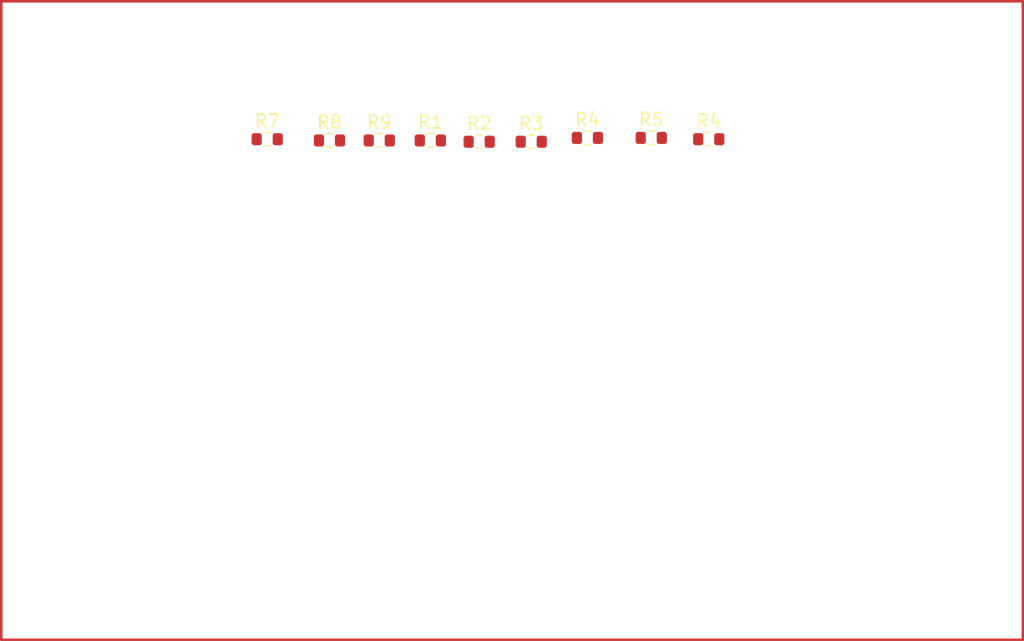
<source format=kicad_pcb>
(kicad_pcb (version 20211014) (generator pcbnew)
  (layers (0 "F.Cu" signal) (31 "B.Cu" signal) (34 "B.Paste" user) (35 "F.Paste" user) (36 "B.SilkS" user "B.Silkscreen") (37 "F.SilkS" user "F.Silkscreen") (38 "B.Mask" user) (39 "F.Mask" user) (44 "Edge.Cuts" user))
  (net 0 "")
  (footprint "Resistor_SMD:R_0603_1608Metric" (layer "F.Cu") (at 117.425 51)
    (fp_text reference "R2" (at 0 -1.43) (layer "F.SilkS"))
    (fp_text value "4K7")
    (fp_line (start -0.237258 -0.5225) (end 0.237258 -0.5225) (layer "F.SilkS") (width 0.12))
    (fp_line (start -0.237258 0.5225) (end 0.237258 0.5225) (layer "F.SilkS") (width 0.12))
    (pad "1" smd roundrect (at -0.825 0) (size 0.8 0.95) (layers "F.Cu" "F.Paste" "F.Mask"))
    (pad "2" smd roundrect (at 0.825 0) (size 0.8 0.95) (layers "F.Cu" "F.Paste" "F.Mask"))
  )
  (footprint "Resistor_SMD:R_0603_1608Metric" (layer "F.Cu") (at 135.4 50.8)
    (fp_text reference "R4" (at 0 -1.43) (layer "F.SilkS"))
    (fp_text value "10K")
    (fp_line (start -0.237258 -0.5225) (end 0.237258 -0.5225) (layer "F.SilkS") (width 0.12))
    (fp_line (start -0.237258 0.5225) (end 0.237258 0.5225) (layer "F.SilkS") (width 0.12))
    (pad "1" smd roundrect (at -0.825 0) (size 0.8 0.95) (layers "F.Cu" "F.Paste" "F.Mask"))
    (pad "2" smd roundrect (at 0.825 0) (size 0.8 0.95) (layers "F.Cu" "F.Paste" "F.Mask"))
  )
  (footprint "Resistor_SMD:R_0603_1608Metric" (layer "F.Cu") (at 113.6 50.9)
    (fp_text reference "R1" (at 0 -1.43) (layer "F.SilkS"))
    (fp_text value "4K7")
    (fp_line (start -0.237258 -0.5225) (end 0.237258 -0.5225) (layer "F.SilkS") (width 0.12))
    (fp_line (start -0.237258 0.5225) (end 0.237258 0.5225) (layer "F.SilkS") (width 0.12))
    (pad "1" smd roundrect (at -0.825 0) (size 0.8 0.95) (layers "F.Cu" "F.Paste" "F.Mask"))
    (pad "2" smd roundrect (at 0.825 0) (size 0.8 0.95) (layers "F.Cu" "F.Paste" "F.Mask"))
  )
  (footprint "Resistor_SMD:R_0603_1608Metric" (layer "F.Cu") (at 121.5 51)
    (fp_text reference "R3" (at 0 -1.43) (layer "F.SilkS"))
    (fp_text value "330R")
    (fp_line (start -0.237258 -0.5225) (end 0.237258 -0.5225) (layer "F.SilkS") (width 0.12))
    (fp_line (start -0.237258 0.5225) (end 0.237258 0.5225) (layer "F.SilkS") (width 0.12))
    (pad "1" smd roundrect (at -0.825 0) (size 0.8 0.95) (layers "F.Cu" "F.Paste" "F.Mask"))
    (pad "2" smd roundrect (at 0.825 0) (size 0.8 0.95) (layers "F.Cu" "F.Paste" "F.Mask"))
  )
  (footprint "Resistor_SMD:R_0603_1608Metric" (layer "F.Cu") (at 130.9 50.7)
    (fp_text reference "R5" (at 0 -1.43) (layer "F.SilkS"))
    (fp_text value "10K")
    (fp_line (start -0.237258 -0.5225) (end 0.237258 -0.5225) (layer "F.SilkS") (width 0.12))
    (fp_line (start -0.237258 0.5225) (end 0.237258 0.5225) (layer "F.SilkS") (width 0.12))
    (pad "1" smd roundrect (at -0.825 0) (size 0.8 0.95) (layers "F.Cu" "F.Paste" "F.Mask"))
    (pad "2" smd roundrect (at 0.825 0) (size 0.8 0.95) (layers "F.Cu" "F.Paste" "F.Mask"))
  )
  (footprint "Resistor_SMD:R_0603_1608Metric" (layer "F.Cu") (at 100.825 50.8)
    (fp_text reference "R7" (at 0 -1.43) (layer "F.SilkS"))
    (fp_text value "56K")
    (fp_line (start -0.237258 -0.5225) (end 0.237258 -0.5225) (layer "F.SilkS") (width 0.12))
    (fp_line (start -0.237258 0.5225) (end 0.237258 0.5225) (layer "F.SilkS") (width 0.12))
    (pad "1" smd roundrect (at -0.825 0) (size 0.8 0.95) (layers "F.Cu" "F.Paste" "F.Mask"))
    (pad "2" smd roundrect (at 0.825 0) (size 0.8 0.95) (layers "F.Cu" "F.Paste" "F.Mask"))
  )
  (footprint "Resistor_SMD:R_0603_1608Metric" (layer "F.Cu") (at 105.7 50.9)
    (fp_text reference "R8" (at 0 -1.43) (layer "F.SilkS"))
    (fp_text value "56K")
    (fp_line (start -0.237258 -0.5225) (end 0.237258 -0.5225) (layer "F.SilkS") (width 0.12))
    (fp_line (start -0.237258 0.5225) (end 0.237258 0.5225) (layer "F.SilkS") (width 0.12))
    (pad "1" smd roundrect (at -0.825 0) (size 0.8 0.95) (layers "F.Cu" "F.Paste" "F.Mask"))
    (pad "2" smd roundrect (at 0.825 0) (size 0.8 0.95) (layers "F.Cu" "F.Paste" "F.Mask"))
  )
  (footprint "Resistor_SMD:R_0603_1608Metric" (layer "F.Cu") (at 125.9 50.7)
    (fp_text reference "R4" (at 0 -1.43) (layer "F.SilkS"))
    (fp_text value "330R")
    (fp_line (start -0.237258 -0.5225) (end 0.237258 -0.5225) (layer "F.SilkS") (width 0.12))
    (fp_line (start -0.237258 0.5225) (end 0.237258 0.5225) (layer "F.SilkS") (width 0.12))
    (pad "1" smd roundrect (at -0.825 0) (size 0.8 0.95) (layers "F.Cu" "F.Paste" "F.Mask"))
    (pad "2" smd roundrect (at 0.825 0) (size 0.8 0.95) (layers "F.Cu" "F.Paste" "F.Mask"))
  )
  (footprint "Resistor_SMD:R_0603_1608Metric" (layer "F.Cu") (at 109.6 50.9)
    (fp_text reference "R9" (at 0 -1.43) (layer "F.SilkS"))
    (fp_text value "10K")
    (fp_line (start -0.237258 -0.5225) (end 0.237258 -0.5225) (layer "F.SilkS") (width 0.12))
    (fp_line (start -0.237258 0.5225) (end 0.237258 0.5225) (layer "F.SilkS") (width 0.12))
    (pad "1" smd roundrect (at -0.825 0) (size 0.8 0.95) (layers "F.Cu" "F.Paste" "F.Mask"))
    (pad "2" smd roundrect (at 0.825 0) (size 0.8 0.95) (layers "F.Cu" "F.Paste" "F.Mask"))
  )
  (gr_rect (start 80 40) (end 160 90) (layer "F.Cu") (width 0.2) (fill none))
)
</source>
